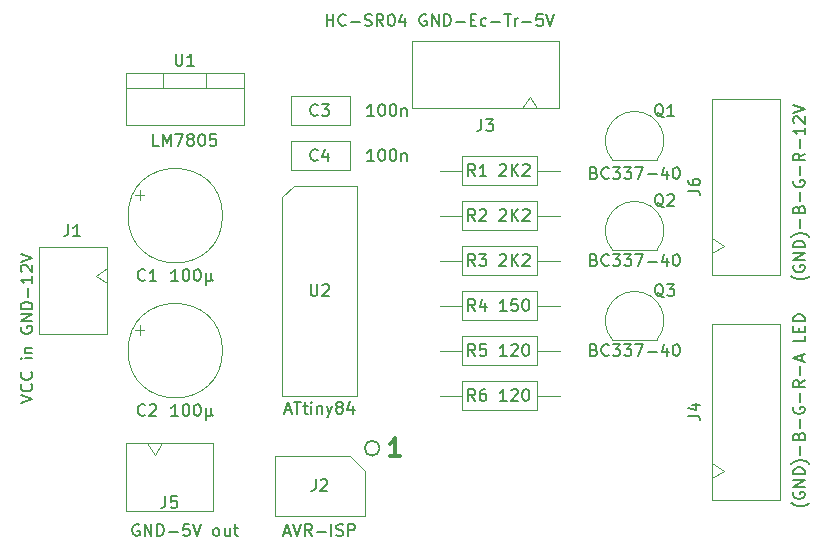
<source format=gbr>
G04 #@! TF.GenerationSoftware,KiCad,Pcbnew,(5.0.2)-1*
G04 #@! TF.CreationDate,2019-02-06T21:08:15+01:00*
G04 #@! TF.ProjectId,parkranger,7061726b-7261-46e6-9765-722e6b696361,rev?*
G04 #@! TF.SameCoordinates,Original*
G04 #@! TF.FileFunction,Other,Fab,Top*
%FSLAX46Y46*%
G04 Gerber Fmt 4.6, Leading zero omitted, Abs format (unit mm)*
G04 Created by KiCad (PCBNEW (5.0.2)-1) date 06.02.2019 21:08:15*
%MOMM*%
%LPD*%
G01*
G04 APERTURE LIST*
%ADD10C,0.300000*%
%ADD11C,0.200000*%
%ADD12C,0.100000*%
%ADD13C,0.150000*%
G04 APERTURE END LIST*
D10*
X183308571Y-120693571D02*
X182451428Y-120693571D01*
X182880000Y-120693571D02*
X182880000Y-119193571D01*
X182737142Y-119407857D01*
X182594285Y-119550714D01*
X182451428Y-119622142D01*
D11*
X181610000Y-120015000D02*
G75*
G03X181610000Y-120015000I-635000J0D01*
G01*
D12*
G04 #@! TO.C,C2*
X168310000Y-111760000D02*
G75*
G03X168310000Y-111760000I-4000000J0D01*
G01*
X160883241Y-110012500D02*
X161683241Y-110012500D01*
X161283241Y-109612500D02*
X161283241Y-110412500D01*
G04 #@! TO.C,C1*
X161283241Y-98182500D02*
X161283241Y-98982500D01*
X160883241Y-98582500D02*
X161683241Y-98582500D01*
X168310000Y-100330000D02*
G75*
G03X168310000Y-100330000I-4000000J0D01*
G01*
G04 #@! TO.C,C3*
X174070000Y-92690000D02*
X179070000Y-92690000D01*
X174070000Y-90190000D02*
X174070000Y-92690000D01*
X179070000Y-90190000D02*
X174070000Y-90190000D01*
X179070000Y-92690000D02*
X179070000Y-90190000D01*
G04 #@! TO.C,C4*
X174070000Y-96500000D02*
X179070000Y-96500000D01*
X174070000Y-94000000D02*
X174070000Y-96500000D01*
X179070000Y-94000000D02*
X174070000Y-94000000D01*
X179070000Y-96500000D02*
X179070000Y-94000000D01*
G04 #@! TO.C,J1*
X157560000Y-105410000D02*
X158560000Y-106035000D01*
X158560000Y-104785000D02*
X157560000Y-105410000D01*
X158560000Y-110360000D02*
X158560000Y-102960000D01*
X152810000Y-110360000D02*
X158560000Y-110360000D01*
X152810000Y-102960000D02*
X152810000Y-110360000D01*
X158560000Y-102960000D02*
X152810000Y-102960000D01*
G04 #@! TO.C,J3*
X194310000Y-90250000D02*
X193685000Y-91250000D01*
X194935000Y-91250000D02*
X194310000Y-90250000D01*
X184360000Y-91250000D02*
X196760000Y-91250000D01*
X184360000Y-85500000D02*
X184360000Y-91250000D01*
X196760000Y-85500000D02*
X184360000Y-85500000D01*
X196760000Y-91250000D02*
X196760000Y-85500000D01*
G04 #@! TO.C,J4*
X210740000Y-121920000D02*
X209740000Y-121295000D01*
X209740000Y-122545000D02*
X210740000Y-121920000D01*
X209740000Y-109470000D02*
X209740000Y-124370000D01*
X215490000Y-109470000D02*
X209740000Y-109470000D01*
X215490000Y-124370000D02*
X215490000Y-109470000D01*
X209740000Y-124370000D02*
X215490000Y-124370000D01*
G04 #@! TO.C,J6*
X210740000Y-102870000D02*
X209740000Y-102245000D01*
X209740000Y-103495000D02*
X210740000Y-102870000D01*
X209740000Y-90420000D02*
X209740000Y-105320000D01*
X215490000Y-90420000D02*
X209740000Y-90420000D01*
X215490000Y-105320000D02*
X215490000Y-90420000D01*
X209740000Y-105320000D02*
X215490000Y-105320000D01*
G04 #@! TO.C,J2*
X179070000Y-120650000D02*
X180340000Y-121920000D01*
X172720000Y-120650000D02*
X179070000Y-120650000D01*
X172720000Y-125730000D02*
X172720000Y-120650000D01*
X180340000Y-125730000D02*
X172720000Y-125730000D01*
X180340000Y-121920000D02*
X180340000Y-125730000D01*
G04 #@! TO.C,U2*
X173355000Y-98790000D02*
X174355000Y-97790000D01*
X173355000Y-115570000D02*
X173355000Y-98790000D01*
X179705000Y-115570000D02*
X173355000Y-115570000D01*
X179705000Y-97790000D02*
X179705000Y-115570000D01*
X174355000Y-97790000D02*
X179705000Y-97790000D01*
G04 #@! TO.C,U1*
X166950000Y-88290000D02*
X166950000Y-89560000D01*
X163250000Y-88290000D02*
X163250000Y-89560000D01*
X160100000Y-89560000D02*
X170100000Y-89560000D01*
X170100000Y-88290000D02*
X160100000Y-88290000D01*
X170100000Y-92690000D02*
X170100000Y-88290000D01*
X160100000Y-92690000D02*
X170100000Y-92690000D01*
X160100000Y-88290000D02*
X160100000Y-92690000D01*
G04 #@! TO.C,Q2*
X201307182Y-103202385D02*
G75*
G02X203200000Y-99120000I1892818J1602385D01*
G01*
X205101103Y-103192547D02*
G75*
G03X203200000Y-99120000I-1901103J1592547D01*
G01*
X201310000Y-103200000D02*
X205060000Y-103200000D01*
G04 #@! TO.C,Q1*
X201307182Y-95582385D02*
G75*
G02X203200000Y-91500000I1892818J1602385D01*
G01*
X205101103Y-95572547D02*
G75*
G03X203200000Y-91500000I-1901103J1592547D01*
G01*
X201310000Y-95580000D02*
X205060000Y-95580000D01*
G04 #@! TO.C,Q3*
X201307182Y-110822385D02*
G75*
G02X203200000Y-106740000I1892818J1602385D01*
G01*
X205101103Y-110812547D02*
G75*
G03X203200000Y-106740000I-1901103J1592547D01*
G01*
X201310000Y-110820000D02*
X205060000Y-110820000D01*
G04 #@! TO.C,R5*
X186690000Y-111760000D02*
X188620000Y-111760000D01*
X196850000Y-111760000D02*
X194920000Y-111760000D01*
X188620000Y-113010000D02*
X194920000Y-113010000D01*
X188620000Y-110510000D02*
X188620000Y-113010000D01*
X194920000Y-110510000D02*
X188620000Y-110510000D01*
X194920000Y-113010000D02*
X194920000Y-110510000D01*
G04 #@! TO.C,R6*
X186690000Y-115570000D02*
X188620000Y-115570000D01*
X196850000Y-115570000D02*
X194920000Y-115570000D01*
X188620000Y-116820000D02*
X194920000Y-116820000D01*
X188620000Y-114320000D02*
X188620000Y-116820000D01*
X194920000Y-114320000D02*
X188620000Y-114320000D01*
X194920000Y-116820000D02*
X194920000Y-114320000D01*
G04 #@! TO.C,R1*
X186690000Y-96520000D02*
X188620000Y-96520000D01*
X196850000Y-96520000D02*
X194920000Y-96520000D01*
X188620000Y-97770000D02*
X194920000Y-97770000D01*
X188620000Y-95270000D02*
X188620000Y-97770000D01*
X194920000Y-95270000D02*
X188620000Y-95270000D01*
X194920000Y-97770000D02*
X194920000Y-95270000D01*
G04 #@! TO.C,R2*
X186690000Y-100330000D02*
X188620000Y-100330000D01*
X196850000Y-100330000D02*
X194920000Y-100330000D01*
X188620000Y-101580000D02*
X194920000Y-101580000D01*
X188620000Y-99080000D02*
X188620000Y-101580000D01*
X194920000Y-99080000D02*
X188620000Y-99080000D01*
X194920000Y-101580000D02*
X194920000Y-99080000D01*
G04 #@! TO.C,R3*
X186690000Y-104140000D02*
X188620000Y-104140000D01*
X196850000Y-104140000D02*
X194920000Y-104140000D01*
X188620000Y-105390000D02*
X194920000Y-105390000D01*
X188620000Y-102890000D02*
X188620000Y-105390000D01*
X194920000Y-102890000D02*
X188620000Y-102890000D01*
X194920000Y-105390000D02*
X194920000Y-102890000D01*
G04 #@! TO.C,R4*
X186690000Y-107950000D02*
X188620000Y-107950000D01*
X196850000Y-107950000D02*
X194920000Y-107950000D01*
X188620000Y-109200000D02*
X194920000Y-109200000D01*
X188620000Y-106700000D02*
X188620000Y-109200000D01*
X194920000Y-106700000D02*
X188620000Y-106700000D01*
X194920000Y-109200000D02*
X194920000Y-106700000D01*
G04 #@! TO.C,J5*
X162560000Y-120570000D02*
X163185000Y-119570000D01*
X161935000Y-119570000D02*
X162560000Y-120570000D01*
X167510000Y-119570000D02*
X160110000Y-119570000D01*
X167510000Y-125320000D02*
X167510000Y-119570000D01*
X160110000Y-125320000D02*
X167510000Y-125320000D01*
X160110000Y-119570000D02*
X160110000Y-125320000D01*
G04 #@! TD*
G04 #@! TO.C,C2*
D13*
X164544523Y-117292380D02*
X163973095Y-117292380D01*
X164258809Y-117292380D02*
X164258809Y-116292380D01*
X164163571Y-116435238D01*
X164068333Y-116530476D01*
X163973095Y-116578095D01*
X165163571Y-116292380D02*
X165258809Y-116292380D01*
X165354047Y-116340000D01*
X165401666Y-116387619D01*
X165449285Y-116482857D01*
X165496904Y-116673333D01*
X165496904Y-116911428D01*
X165449285Y-117101904D01*
X165401666Y-117197142D01*
X165354047Y-117244761D01*
X165258809Y-117292380D01*
X165163571Y-117292380D01*
X165068333Y-117244761D01*
X165020714Y-117197142D01*
X164973095Y-117101904D01*
X164925476Y-116911428D01*
X164925476Y-116673333D01*
X164973095Y-116482857D01*
X165020714Y-116387619D01*
X165068333Y-116340000D01*
X165163571Y-116292380D01*
X166115952Y-116292380D02*
X166211190Y-116292380D01*
X166306428Y-116340000D01*
X166354047Y-116387619D01*
X166401666Y-116482857D01*
X166449285Y-116673333D01*
X166449285Y-116911428D01*
X166401666Y-117101904D01*
X166354047Y-117197142D01*
X166306428Y-117244761D01*
X166211190Y-117292380D01*
X166115952Y-117292380D01*
X166020714Y-117244761D01*
X165973095Y-117197142D01*
X165925476Y-117101904D01*
X165877857Y-116911428D01*
X165877857Y-116673333D01*
X165925476Y-116482857D01*
X165973095Y-116387619D01*
X166020714Y-116340000D01*
X166115952Y-116292380D01*
X166877857Y-116625714D02*
X166877857Y-117625714D01*
X167354047Y-117149523D02*
X167401666Y-117244761D01*
X167496904Y-117292380D01*
X166877857Y-117149523D02*
X166925476Y-117244761D01*
X167020714Y-117292380D01*
X167211190Y-117292380D01*
X167306428Y-117244761D01*
X167354047Y-117149523D01*
X167354047Y-116625714D01*
X161758333Y-117197142D02*
X161710714Y-117244761D01*
X161567857Y-117292380D01*
X161472619Y-117292380D01*
X161329761Y-117244761D01*
X161234523Y-117149523D01*
X161186904Y-117054285D01*
X161139285Y-116863809D01*
X161139285Y-116720952D01*
X161186904Y-116530476D01*
X161234523Y-116435238D01*
X161329761Y-116340000D01*
X161472619Y-116292380D01*
X161567857Y-116292380D01*
X161710714Y-116340000D01*
X161758333Y-116387619D01*
X162139285Y-116387619D02*
X162186904Y-116340000D01*
X162282142Y-116292380D01*
X162520238Y-116292380D01*
X162615476Y-116340000D01*
X162663095Y-116387619D01*
X162710714Y-116482857D01*
X162710714Y-116578095D01*
X162663095Y-116720952D01*
X162091666Y-117292380D01*
X162710714Y-117292380D01*
G04 #@! TO.C,C1*
X164544523Y-105862380D02*
X163973095Y-105862380D01*
X164258809Y-105862380D02*
X164258809Y-104862380D01*
X164163571Y-105005238D01*
X164068333Y-105100476D01*
X163973095Y-105148095D01*
X165163571Y-104862380D02*
X165258809Y-104862380D01*
X165354047Y-104910000D01*
X165401666Y-104957619D01*
X165449285Y-105052857D01*
X165496904Y-105243333D01*
X165496904Y-105481428D01*
X165449285Y-105671904D01*
X165401666Y-105767142D01*
X165354047Y-105814761D01*
X165258809Y-105862380D01*
X165163571Y-105862380D01*
X165068333Y-105814761D01*
X165020714Y-105767142D01*
X164973095Y-105671904D01*
X164925476Y-105481428D01*
X164925476Y-105243333D01*
X164973095Y-105052857D01*
X165020714Y-104957619D01*
X165068333Y-104910000D01*
X165163571Y-104862380D01*
X166115952Y-104862380D02*
X166211190Y-104862380D01*
X166306428Y-104910000D01*
X166354047Y-104957619D01*
X166401666Y-105052857D01*
X166449285Y-105243333D01*
X166449285Y-105481428D01*
X166401666Y-105671904D01*
X166354047Y-105767142D01*
X166306428Y-105814761D01*
X166211190Y-105862380D01*
X166115952Y-105862380D01*
X166020714Y-105814761D01*
X165973095Y-105767142D01*
X165925476Y-105671904D01*
X165877857Y-105481428D01*
X165877857Y-105243333D01*
X165925476Y-105052857D01*
X165973095Y-104957619D01*
X166020714Y-104910000D01*
X166115952Y-104862380D01*
X166877857Y-105195714D02*
X166877857Y-106195714D01*
X167354047Y-105719523D02*
X167401666Y-105814761D01*
X167496904Y-105862380D01*
X166877857Y-105719523D02*
X166925476Y-105814761D01*
X167020714Y-105862380D01*
X167211190Y-105862380D01*
X167306428Y-105814761D01*
X167354047Y-105719523D01*
X167354047Y-105195714D01*
X161758333Y-105767142D02*
X161710714Y-105814761D01*
X161567857Y-105862380D01*
X161472619Y-105862380D01*
X161329761Y-105814761D01*
X161234523Y-105719523D01*
X161186904Y-105624285D01*
X161139285Y-105433809D01*
X161139285Y-105290952D01*
X161186904Y-105100476D01*
X161234523Y-105005238D01*
X161329761Y-104910000D01*
X161472619Y-104862380D01*
X161567857Y-104862380D01*
X161710714Y-104910000D01*
X161758333Y-104957619D01*
X162710714Y-105862380D02*
X162139285Y-105862380D01*
X162425000Y-105862380D02*
X162425000Y-104862380D01*
X162329761Y-105005238D01*
X162234523Y-105100476D01*
X162139285Y-105148095D01*
G04 #@! TO.C,C3*
X181125952Y-91892380D02*
X180554523Y-91892380D01*
X180840238Y-91892380D02*
X180840238Y-90892380D01*
X180745000Y-91035238D01*
X180649761Y-91130476D01*
X180554523Y-91178095D01*
X181745000Y-90892380D02*
X181840238Y-90892380D01*
X181935476Y-90940000D01*
X181983095Y-90987619D01*
X182030714Y-91082857D01*
X182078333Y-91273333D01*
X182078333Y-91511428D01*
X182030714Y-91701904D01*
X181983095Y-91797142D01*
X181935476Y-91844761D01*
X181840238Y-91892380D01*
X181745000Y-91892380D01*
X181649761Y-91844761D01*
X181602142Y-91797142D01*
X181554523Y-91701904D01*
X181506904Y-91511428D01*
X181506904Y-91273333D01*
X181554523Y-91082857D01*
X181602142Y-90987619D01*
X181649761Y-90940000D01*
X181745000Y-90892380D01*
X182697380Y-90892380D02*
X182792619Y-90892380D01*
X182887857Y-90940000D01*
X182935476Y-90987619D01*
X182983095Y-91082857D01*
X183030714Y-91273333D01*
X183030714Y-91511428D01*
X182983095Y-91701904D01*
X182935476Y-91797142D01*
X182887857Y-91844761D01*
X182792619Y-91892380D01*
X182697380Y-91892380D01*
X182602142Y-91844761D01*
X182554523Y-91797142D01*
X182506904Y-91701904D01*
X182459285Y-91511428D01*
X182459285Y-91273333D01*
X182506904Y-91082857D01*
X182554523Y-90987619D01*
X182602142Y-90940000D01*
X182697380Y-90892380D01*
X183459285Y-91225714D02*
X183459285Y-91892380D01*
X183459285Y-91320952D02*
X183506904Y-91273333D01*
X183602142Y-91225714D01*
X183745000Y-91225714D01*
X183840238Y-91273333D01*
X183887857Y-91368571D01*
X183887857Y-91892380D01*
X176363333Y-91797142D02*
X176315714Y-91844761D01*
X176172857Y-91892380D01*
X176077619Y-91892380D01*
X175934761Y-91844761D01*
X175839523Y-91749523D01*
X175791904Y-91654285D01*
X175744285Y-91463809D01*
X175744285Y-91320952D01*
X175791904Y-91130476D01*
X175839523Y-91035238D01*
X175934761Y-90940000D01*
X176077619Y-90892380D01*
X176172857Y-90892380D01*
X176315714Y-90940000D01*
X176363333Y-90987619D01*
X176696666Y-90892380D02*
X177315714Y-90892380D01*
X176982380Y-91273333D01*
X177125238Y-91273333D01*
X177220476Y-91320952D01*
X177268095Y-91368571D01*
X177315714Y-91463809D01*
X177315714Y-91701904D01*
X177268095Y-91797142D01*
X177220476Y-91844761D01*
X177125238Y-91892380D01*
X176839523Y-91892380D01*
X176744285Y-91844761D01*
X176696666Y-91797142D01*
G04 #@! TO.C,C4*
X181125952Y-95702380D02*
X180554523Y-95702380D01*
X180840238Y-95702380D02*
X180840238Y-94702380D01*
X180745000Y-94845238D01*
X180649761Y-94940476D01*
X180554523Y-94988095D01*
X181745000Y-94702380D02*
X181840238Y-94702380D01*
X181935476Y-94750000D01*
X181983095Y-94797619D01*
X182030714Y-94892857D01*
X182078333Y-95083333D01*
X182078333Y-95321428D01*
X182030714Y-95511904D01*
X181983095Y-95607142D01*
X181935476Y-95654761D01*
X181840238Y-95702380D01*
X181745000Y-95702380D01*
X181649761Y-95654761D01*
X181602142Y-95607142D01*
X181554523Y-95511904D01*
X181506904Y-95321428D01*
X181506904Y-95083333D01*
X181554523Y-94892857D01*
X181602142Y-94797619D01*
X181649761Y-94750000D01*
X181745000Y-94702380D01*
X182697380Y-94702380D02*
X182792619Y-94702380D01*
X182887857Y-94750000D01*
X182935476Y-94797619D01*
X182983095Y-94892857D01*
X183030714Y-95083333D01*
X183030714Y-95321428D01*
X182983095Y-95511904D01*
X182935476Y-95607142D01*
X182887857Y-95654761D01*
X182792619Y-95702380D01*
X182697380Y-95702380D01*
X182602142Y-95654761D01*
X182554523Y-95607142D01*
X182506904Y-95511904D01*
X182459285Y-95321428D01*
X182459285Y-95083333D01*
X182506904Y-94892857D01*
X182554523Y-94797619D01*
X182602142Y-94750000D01*
X182697380Y-94702380D01*
X183459285Y-95035714D02*
X183459285Y-95702380D01*
X183459285Y-95130952D02*
X183506904Y-95083333D01*
X183602142Y-95035714D01*
X183745000Y-95035714D01*
X183840238Y-95083333D01*
X183887857Y-95178571D01*
X183887857Y-95702380D01*
X176363333Y-95607142D02*
X176315714Y-95654761D01*
X176172857Y-95702380D01*
X176077619Y-95702380D01*
X175934761Y-95654761D01*
X175839523Y-95559523D01*
X175791904Y-95464285D01*
X175744285Y-95273809D01*
X175744285Y-95130952D01*
X175791904Y-94940476D01*
X175839523Y-94845238D01*
X175934761Y-94750000D01*
X176077619Y-94702380D01*
X176172857Y-94702380D01*
X176315714Y-94750000D01*
X176363333Y-94797619D01*
X177220476Y-95035714D02*
X177220476Y-95702380D01*
X176982380Y-94654761D02*
X176744285Y-95369047D01*
X177363333Y-95369047D01*
G04 #@! TO.C,J1*
X151217380Y-116164523D02*
X152217380Y-115831190D01*
X151217380Y-115497857D01*
X152122142Y-114593095D02*
X152169761Y-114640714D01*
X152217380Y-114783571D01*
X152217380Y-114878809D01*
X152169761Y-115021666D01*
X152074523Y-115116904D01*
X151979285Y-115164523D01*
X151788809Y-115212142D01*
X151645952Y-115212142D01*
X151455476Y-115164523D01*
X151360238Y-115116904D01*
X151265000Y-115021666D01*
X151217380Y-114878809D01*
X151217380Y-114783571D01*
X151265000Y-114640714D01*
X151312619Y-114593095D01*
X152122142Y-113593095D02*
X152169761Y-113640714D01*
X152217380Y-113783571D01*
X152217380Y-113878809D01*
X152169761Y-114021666D01*
X152074523Y-114116904D01*
X151979285Y-114164523D01*
X151788809Y-114212142D01*
X151645952Y-114212142D01*
X151455476Y-114164523D01*
X151360238Y-114116904D01*
X151265000Y-114021666D01*
X151217380Y-113878809D01*
X151217380Y-113783571D01*
X151265000Y-113640714D01*
X151312619Y-113593095D01*
X152217380Y-112402619D02*
X151550714Y-112402619D01*
X151217380Y-112402619D02*
X151265000Y-112450238D01*
X151312619Y-112402619D01*
X151265000Y-112355000D01*
X151217380Y-112402619D01*
X151312619Y-112402619D01*
X151550714Y-111926428D02*
X152217380Y-111926428D01*
X151645952Y-111926428D02*
X151598333Y-111878809D01*
X151550714Y-111783571D01*
X151550714Y-111640714D01*
X151598333Y-111545476D01*
X151693571Y-111497857D01*
X152217380Y-111497857D01*
X151265000Y-109735952D02*
X151217380Y-109831190D01*
X151217380Y-109974047D01*
X151265000Y-110116904D01*
X151360238Y-110212142D01*
X151455476Y-110259761D01*
X151645952Y-110307380D01*
X151788809Y-110307380D01*
X151979285Y-110259761D01*
X152074523Y-110212142D01*
X152169761Y-110116904D01*
X152217380Y-109974047D01*
X152217380Y-109878809D01*
X152169761Y-109735952D01*
X152122142Y-109688333D01*
X151788809Y-109688333D01*
X151788809Y-109878809D01*
X152217380Y-109259761D02*
X151217380Y-109259761D01*
X152217380Y-108688333D01*
X151217380Y-108688333D01*
X152217380Y-108212142D02*
X151217380Y-108212142D01*
X151217380Y-107974047D01*
X151265000Y-107831190D01*
X151360238Y-107735952D01*
X151455476Y-107688333D01*
X151645952Y-107640714D01*
X151788809Y-107640714D01*
X151979285Y-107688333D01*
X152074523Y-107735952D01*
X152169761Y-107831190D01*
X152217380Y-107974047D01*
X152217380Y-108212142D01*
X151836428Y-107212142D02*
X151836428Y-106450238D01*
X152217380Y-105450238D02*
X152217380Y-106021666D01*
X152217380Y-105735952D02*
X151217380Y-105735952D01*
X151360238Y-105831190D01*
X151455476Y-105926428D01*
X151503095Y-106021666D01*
X151312619Y-105069285D02*
X151265000Y-105021666D01*
X151217380Y-104926428D01*
X151217380Y-104688333D01*
X151265000Y-104593095D01*
X151312619Y-104545476D01*
X151407857Y-104497857D01*
X151503095Y-104497857D01*
X151645952Y-104545476D01*
X152217380Y-105116904D01*
X152217380Y-104497857D01*
X151217380Y-104212142D02*
X152217380Y-103878809D01*
X151217380Y-103545476D01*
X155241666Y-101052380D02*
X155241666Y-101766666D01*
X155194047Y-101909523D01*
X155098809Y-102004761D01*
X154955952Y-102052380D01*
X154860714Y-102052380D01*
X156241666Y-102052380D02*
X155670238Y-102052380D01*
X155955952Y-102052380D02*
X155955952Y-101052380D01*
X155860714Y-101195238D01*
X155765476Y-101290476D01*
X155670238Y-101338095D01*
G04 #@! TO.C,J3*
X177118571Y-84272380D02*
X177118571Y-83272380D01*
X177118571Y-83748571D02*
X177690000Y-83748571D01*
X177690000Y-84272380D02*
X177690000Y-83272380D01*
X178737619Y-84177142D02*
X178690000Y-84224761D01*
X178547142Y-84272380D01*
X178451904Y-84272380D01*
X178309047Y-84224761D01*
X178213809Y-84129523D01*
X178166190Y-84034285D01*
X178118571Y-83843809D01*
X178118571Y-83700952D01*
X178166190Y-83510476D01*
X178213809Y-83415238D01*
X178309047Y-83320000D01*
X178451904Y-83272380D01*
X178547142Y-83272380D01*
X178690000Y-83320000D01*
X178737619Y-83367619D01*
X179166190Y-83891428D02*
X179928095Y-83891428D01*
X180356666Y-84224761D02*
X180499523Y-84272380D01*
X180737619Y-84272380D01*
X180832857Y-84224761D01*
X180880476Y-84177142D01*
X180928095Y-84081904D01*
X180928095Y-83986666D01*
X180880476Y-83891428D01*
X180832857Y-83843809D01*
X180737619Y-83796190D01*
X180547142Y-83748571D01*
X180451904Y-83700952D01*
X180404285Y-83653333D01*
X180356666Y-83558095D01*
X180356666Y-83462857D01*
X180404285Y-83367619D01*
X180451904Y-83320000D01*
X180547142Y-83272380D01*
X180785238Y-83272380D01*
X180928095Y-83320000D01*
X181928095Y-84272380D02*
X181594761Y-83796190D01*
X181356666Y-84272380D02*
X181356666Y-83272380D01*
X181737619Y-83272380D01*
X181832857Y-83320000D01*
X181880476Y-83367619D01*
X181928095Y-83462857D01*
X181928095Y-83605714D01*
X181880476Y-83700952D01*
X181832857Y-83748571D01*
X181737619Y-83796190D01*
X181356666Y-83796190D01*
X182547142Y-83272380D02*
X182642380Y-83272380D01*
X182737619Y-83320000D01*
X182785238Y-83367619D01*
X182832857Y-83462857D01*
X182880476Y-83653333D01*
X182880476Y-83891428D01*
X182832857Y-84081904D01*
X182785238Y-84177142D01*
X182737619Y-84224761D01*
X182642380Y-84272380D01*
X182547142Y-84272380D01*
X182451904Y-84224761D01*
X182404285Y-84177142D01*
X182356666Y-84081904D01*
X182309047Y-83891428D01*
X182309047Y-83653333D01*
X182356666Y-83462857D01*
X182404285Y-83367619D01*
X182451904Y-83320000D01*
X182547142Y-83272380D01*
X183737619Y-83605714D02*
X183737619Y-84272380D01*
X183499523Y-83224761D02*
X183261428Y-83939047D01*
X183880476Y-83939047D01*
X185547142Y-83320000D02*
X185451904Y-83272380D01*
X185309047Y-83272380D01*
X185166190Y-83320000D01*
X185070952Y-83415238D01*
X185023333Y-83510476D01*
X184975714Y-83700952D01*
X184975714Y-83843809D01*
X185023333Y-84034285D01*
X185070952Y-84129523D01*
X185166190Y-84224761D01*
X185309047Y-84272380D01*
X185404285Y-84272380D01*
X185547142Y-84224761D01*
X185594761Y-84177142D01*
X185594761Y-83843809D01*
X185404285Y-83843809D01*
X186023333Y-84272380D02*
X186023333Y-83272380D01*
X186594761Y-84272380D01*
X186594761Y-83272380D01*
X187070952Y-84272380D02*
X187070952Y-83272380D01*
X187309047Y-83272380D01*
X187451904Y-83320000D01*
X187547142Y-83415238D01*
X187594761Y-83510476D01*
X187642380Y-83700952D01*
X187642380Y-83843809D01*
X187594761Y-84034285D01*
X187547142Y-84129523D01*
X187451904Y-84224761D01*
X187309047Y-84272380D01*
X187070952Y-84272380D01*
X188070952Y-83891428D02*
X188832857Y-83891428D01*
X189309047Y-83748571D02*
X189642380Y-83748571D01*
X189785238Y-84272380D02*
X189309047Y-84272380D01*
X189309047Y-83272380D01*
X189785238Y-83272380D01*
X190642380Y-84224761D02*
X190547142Y-84272380D01*
X190356666Y-84272380D01*
X190261428Y-84224761D01*
X190213809Y-84177142D01*
X190166190Y-84081904D01*
X190166190Y-83796190D01*
X190213809Y-83700952D01*
X190261428Y-83653333D01*
X190356666Y-83605714D01*
X190547142Y-83605714D01*
X190642380Y-83653333D01*
X191070952Y-83891428D02*
X191832857Y-83891428D01*
X192166190Y-83272380D02*
X192737619Y-83272380D01*
X192451904Y-84272380D02*
X192451904Y-83272380D01*
X193070952Y-84272380D02*
X193070952Y-83605714D01*
X193070952Y-83796190D02*
X193118571Y-83700952D01*
X193166190Y-83653333D01*
X193261428Y-83605714D01*
X193356666Y-83605714D01*
X193690000Y-83891428D02*
X194451904Y-83891428D01*
X195404285Y-83272380D02*
X194928095Y-83272380D01*
X194880476Y-83748571D01*
X194928095Y-83700952D01*
X195023333Y-83653333D01*
X195261428Y-83653333D01*
X195356666Y-83700952D01*
X195404285Y-83748571D01*
X195451904Y-83843809D01*
X195451904Y-84081904D01*
X195404285Y-84177142D01*
X195356666Y-84224761D01*
X195261428Y-84272380D01*
X195023333Y-84272380D01*
X194928095Y-84224761D01*
X194880476Y-84177142D01*
X195737619Y-83272380D02*
X196070952Y-84272380D01*
X196404285Y-83272380D01*
X190226666Y-92162380D02*
X190226666Y-92876666D01*
X190179047Y-93019523D01*
X190083809Y-93114761D01*
X189940952Y-93162380D01*
X189845714Y-93162380D01*
X190607619Y-92162380D02*
X191226666Y-92162380D01*
X190893333Y-92543333D01*
X191036190Y-92543333D01*
X191131428Y-92590952D01*
X191179047Y-92638571D01*
X191226666Y-92733809D01*
X191226666Y-92971904D01*
X191179047Y-93067142D01*
X191131428Y-93114761D01*
X191036190Y-93162380D01*
X190750476Y-93162380D01*
X190655238Y-93114761D01*
X190607619Y-93067142D01*
G04 #@! TO.C,J4*
X218003333Y-124649523D02*
X217955714Y-124697142D01*
X217812857Y-124792380D01*
X217717619Y-124840000D01*
X217574761Y-124887619D01*
X217336666Y-124935238D01*
X217146190Y-124935238D01*
X216908095Y-124887619D01*
X216765238Y-124840000D01*
X216670000Y-124792380D01*
X216527142Y-124697142D01*
X216479523Y-124649523D01*
X216670000Y-123744761D02*
X216622380Y-123840000D01*
X216622380Y-123982857D01*
X216670000Y-124125714D01*
X216765238Y-124220952D01*
X216860476Y-124268571D01*
X217050952Y-124316190D01*
X217193809Y-124316190D01*
X217384285Y-124268571D01*
X217479523Y-124220952D01*
X217574761Y-124125714D01*
X217622380Y-123982857D01*
X217622380Y-123887619D01*
X217574761Y-123744761D01*
X217527142Y-123697142D01*
X217193809Y-123697142D01*
X217193809Y-123887619D01*
X217622380Y-123268571D02*
X216622380Y-123268571D01*
X217622380Y-122697142D01*
X216622380Y-122697142D01*
X217622380Y-122220952D02*
X216622380Y-122220952D01*
X216622380Y-121982857D01*
X216670000Y-121840000D01*
X216765238Y-121744761D01*
X216860476Y-121697142D01*
X217050952Y-121649523D01*
X217193809Y-121649523D01*
X217384285Y-121697142D01*
X217479523Y-121744761D01*
X217574761Y-121840000D01*
X217622380Y-121982857D01*
X217622380Y-122220952D01*
X218003333Y-121316190D02*
X217955714Y-121268571D01*
X217812857Y-121173333D01*
X217717619Y-121125714D01*
X217574761Y-121078095D01*
X217336666Y-121030476D01*
X217146190Y-121030476D01*
X216908095Y-121078095D01*
X216765238Y-121125714D01*
X216670000Y-121173333D01*
X216527142Y-121268571D01*
X216479523Y-121316190D01*
X217241428Y-120554285D02*
X217241428Y-119792380D01*
X217098571Y-118982857D02*
X217146190Y-118840000D01*
X217193809Y-118792380D01*
X217289047Y-118744761D01*
X217431904Y-118744761D01*
X217527142Y-118792380D01*
X217574761Y-118840000D01*
X217622380Y-118935238D01*
X217622380Y-119316190D01*
X216622380Y-119316190D01*
X216622380Y-118982857D01*
X216670000Y-118887619D01*
X216717619Y-118840000D01*
X216812857Y-118792380D01*
X216908095Y-118792380D01*
X217003333Y-118840000D01*
X217050952Y-118887619D01*
X217098571Y-118982857D01*
X217098571Y-119316190D01*
X217241428Y-118316190D02*
X217241428Y-117554285D01*
X216670000Y-116554285D02*
X216622380Y-116649523D01*
X216622380Y-116792380D01*
X216670000Y-116935238D01*
X216765238Y-117030476D01*
X216860476Y-117078095D01*
X217050952Y-117125714D01*
X217193809Y-117125714D01*
X217384285Y-117078095D01*
X217479523Y-117030476D01*
X217574761Y-116935238D01*
X217622380Y-116792380D01*
X217622380Y-116697142D01*
X217574761Y-116554285D01*
X217527142Y-116506666D01*
X217193809Y-116506666D01*
X217193809Y-116697142D01*
X217241428Y-116078095D02*
X217241428Y-115316190D01*
X217622380Y-114268571D02*
X217146190Y-114601904D01*
X217622380Y-114840000D02*
X216622380Y-114840000D01*
X216622380Y-114459047D01*
X216670000Y-114363809D01*
X216717619Y-114316190D01*
X216812857Y-114268571D01*
X216955714Y-114268571D01*
X217050952Y-114316190D01*
X217098571Y-114363809D01*
X217146190Y-114459047D01*
X217146190Y-114840000D01*
X217241428Y-113840000D02*
X217241428Y-113078095D01*
X217336666Y-112649523D02*
X217336666Y-112173333D01*
X217622380Y-112744761D02*
X216622380Y-112411428D01*
X217622380Y-112078095D01*
X217622380Y-110506666D02*
X217622380Y-110982857D01*
X216622380Y-110982857D01*
X217098571Y-110173333D02*
X217098571Y-109840000D01*
X217622380Y-109697142D02*
X217622380Y-110173333D01*
X216622380Y-110173333D01*
X216622380Y-109697142D01*
X217622380Y-109268571D02*
X216622380Y-109268571D01*
X216622380Y-109030476D01*
X216670000Y-108887619D01*
X216765238Y-108792380D01*
X216860476Y-108744761D01*
X217050952Y-108697142D01*
X217193809Y-108697142D01*
X217384285Y-108744761D01*
X217479523Y-108792380D01*
X217574761Y-108887619D01*
X217622380Y-109030476D01*
X217622380Y-109268571D01*
X207732380Y-117253333D02*
X208446666Y-117253333D01*
X208589523Y-117300952D01*
X208684761Y-117396190D01*
X208732380Y-117539047D01*
X208732380Y-117634285D01*
X208065714Y-116348571D02*
X208732380Y-116348571D01*
X207684761Y-116586666D02*
X208399047Y-116824761D01*
X208399047Y-116205714D01*
G04 #@! TO.C,J6*
X218003333Y-105448809D02*
X217955714Y-105496428D01*
X217812857Y-105591666D01*
X217717619Y-105639285D01*
X217574761Y-105686904D01*
X217336666Y-105734523D01*
X217146190Y-105734523D01*
X216908095Y-105686904D01*
X216765238Y-105639285D01*
X216670000Y-105591666D01*
X216527142Y-105496428D01*
X216479523Y-105448809D01*
X216670000Y-104544047D02*
X216622380Y-104639285D01*
X216622380Y-104782142D01*
X216670000Y-104925000D01*
X216765238Y-105020238D01*
X216860476Y-105067857D01*
X217050952Y-105115476D01*
X217193809Y-105115476D01*
X217384285Y-105067857D01*
X217479523Y-105020238D01*
X217574761Y-104925000D01*
X217622380Y-104782142D01*
X217622380Y-104686904D01*
X217574761Y-104544047D01*
X217527142Y-104496428D01*
X217193809Y-104496428D01*
X217193809Y-104686904D01*
X217622380Y-104067857D02*
X216622380Y-104067857D01*
X217622380Y-103496428D01*
X216622380Y-103496428D01*
X217622380Y-103020238D02*
X216622380Y-103020238D01*
X216622380Y-102782142D01*
X216670000Y-102639285D01*
X216765238Y-102544047D01*
X216860476Y-102496428D01*
X217050952Y-102448809D01*
X217193809Y-102448809D01*
X217384285Y-102496428D01*
X217479523Y-102544047D01*
X217574761Y-102639285D01*
X217622380Y-102782142D01*
X217622380Y-103020238D01*
X218003333Y-102115476D02*
X217955714Y-102067857D01*
X217812857Y-101972619D01*
X217717619Y-101925000D01*
X217574761Y-101877380D01*
X217336666Y-101829761D01*
X217146190Y-101829761D01*
X216908095Y-101877380D01*
X216765238Y-101925000D01*
X216670000Y-101972619D01*
X216527142Y-102067857D01*
X216479523Y-102115476D01*
X217241428Y-101353571D02*
X217241428Y-100591666D01*
X217098571Y-99782142D02*
X217146190Y-99639285D01*
X217193809Y-99591666D01*
X217289047Y-99544047D01*
X217431904Y-99544047D01*
X217527142Y-99591666D01*
X217574761Y-99639285D01*
X217622380Y-99734523D01*
X217622380Y-100115476D01*
X216622380Y-100115476D01*
X216622380Y-99782142D01*
X216670000Y-99686904D01*
X216717619Y-99639285D01*
X216812857Y-99591666D01*
X216908095Y-99591666D01*
X217003333Y-99639285D01*
X217050952Y-99686904D01*
X217098571Y-99782142D01*
X217098571Y-100115476D01*
X217241428Y-99115476D02*
X217241428Y-98353571D01*
X216670000Y-97353571D02*
X216622380Y-97448809D01*
X216622380Y-97591666D01*
X216670000Y-97734523D01*
X216765238Y-97829761D01*
X216860476Y-97877380D01*
X217050952Y-97925000D01*
X217193809Y-97925000D01*
X217384285Y-97877380D01*
X217479523Y-97829761D01*
X217574761Y-97734523D01*
X217622380Y-97591666D01*
X217622380Y-97496428D01*
X217574761Y-97353571D01*
X217527142Y-97305952D01*
X217193809Y-97305952D01*
X217193809Y-97496428D01*
X217241428Y-96877380D02*
X217241428Y-96115476D01*
X217622380Y-95067857D02*
X217146190Y-95401190D01*
X217622380Y-95639285D02*
X216622380Y-95639285D01*
X216622380Y-95258333D01*
X216670000Y-95163095D01*
X216717619Y-95115476D01*
X216812857Y-95067857D01*
X216955714Y-95067857D01*
X217050952Y-95115476D01*
X217098571Y-95163095D01*
X217146190Y-95258333D01*
X217146190Y-95639285D01*
X217241428Y-94639285D02*
X217241428Y-93877380D01*
X217622380Y-92877380D02*
X217622380Y-93448809D01*
X217622380Y-93163095D02*
X216622380Y-93163095D01*
X216765238Y-93258333D01*
X216860476Y-93353571D01*
X216908095Y-93448809D01*
X216717619Y-92496428D02*
X216670000Y-92448809D01*
X216622380Y-92353571D01*
X216622380Y-92115476D01*
X216670000Y-92020238D01*
X216717619Y-91972619D01*
X216812857Y-91925000D01*
X216908095Y-91925000D01*
X217050952Y-91972619D01*
X217622380Y-92544047D01*
X217622380Y-91925000D01*
X216622380Y-91639285D02*
X217622380Y-91305952D01*
X216622380Y-90972619D01*
X207732380Y-98203333D02*
X208446666Y-98203333D01*
X208589523Y-98250952D01*
X208684761Y-98346190D01*
X208732380Y-98489047D01*
X208732380Y-98584285D01*
X207732380Y-97298571D02*
X207732380Y-97489047D01*
X207780000Y-97584285D01*
X207827619Y-97631904D01*
X207970476Y-97727142D01*
X208160952Y-97774761D01*
X208541904Y-97774761D01*
X208637142Y-97727142D01*
X208684761Y-97679523D01*
X208732380Y-97584285D01*
X208732380Y-97393809D01*
X208684761Y-97298571D01*
X208637142Y-97250952D01*
X208541904Y-97203333D01*
X208303809Y-97203333D01*
X208208571Y-97250952D01*
X208160952Y-97298571D01*
X208113333Y-97393809D01*
X208113333Y-97584285D01*
X208160952Y-97679523D01*
X208208571Y-97727142D01*
X208303809Y-97774761D01*
G04 #@! TO.C,J2*
X173530000Y-127166666D02*
X174006190Y-127166666D01*
X173434761Y-127452380D02*
X173768095Y-126452380D01*
X174101428Y-127452380D01*
X174291904Y-126452380D02*
X174625238Y-127452380D01*
X174958571Y-126452380D01*
X175863333Y-127452380D02*
X175530000Y-126976190D01*
X175291904Y-127452380D02*
X175291904Y-126452380D01*
X175672857Y-126452380D01*
X175768095Y-126500000D01*
X175815714Y-126547619D01*
X175863333Y-126642857D01*
X175863333Y-126785714D01*
X175815714Y-126880952D01*
X175768095Y-126928571D01*
X175672857Y-126976190D01*
X175291904Y-126976190D01*
X176291904Y-127071428D02*
X177053809Y-127071428D01*
X177530000Y-127452380D02*
X177530000Y-126452380D01*
X177958571Y-127404761D02*
X178101428Y-127452380D01*
X178339523Y-127452380D01*
X178434761Y-127404761D01*
X178482380Y-127357142D01*
X178530000Y-127261904D01*
X178530000Y-127166666D01*
X178482380Y-127071428D01*
X178434761Y-127023809D01*
X178339523Y-126976190D01*
X178149047Y-126928571D01*
X178053809Y-126880952D01*
X178006190Y-126833333D01*
X177958571Y-126738095D01*
X177958571Y-126642857D01*
X178006190Y-126547619D01*
X178053809Y-126500000D01*
X178149047Y-126452380D01*
X178387142Y-126452380D01*
X178530000Y-126500000D01*
X178958571Y-127452380D02*
X178958571Y-126452380D01*
X179339523Y-126452380D01*
X179434761Y-126500000D01*
X179482380Y-126547619D01*
X179530000Y-126642857D01*
X179530000Y-126785714D01*
X179482380Y-126880952D01*
X179434761Y-126928571D01*
X179339523Y-126976190D01*
X178958571Y-126976190D01*
X176196666Y-122642380D02*
X176196666Y-123356666D01*
X176149047Y-123499523D01*
X176053809Y-123594761D01*
X175910952Y-123642380D01*
X175815714Y-123642380D01*
X176625238Y-122737619D02*
X176672857Y-122690000D01*
X176768095Y-122642380D01*
X177006190Y-122642380D01*
X177101428Y-122690000D01*
X177149047Y-122737619D01*
X177196666Y-122832857D01*
X177196666Y-122928095D01*
X177149047Y-123070952D01*
X176577619Y-123642380D01*
X177196666Y-123642380D01*
G04 #@! TO.C,U2*
X173601428Y-116796666D02*
X174077619Y-116796666D01*
X173506190Y-117082380D02*
X173839523Y-116082380D01*
X174172857Y-117082380D01*
X174363333Y-116082380D02*
X174934761Y-116082380D01*
X174649047Y-117082380D02*
X174649047Y-116082380D01*
X175125238Y-116415714D02*
X175506190Y-116415714D01*
X175268095Y-116082380D02*
X175268095Y-116939523D01*
X175315714Y-117034761D01*
X175410952Y-117082380D01*
X175506190Y-117082380D01*
X175839523Y-117082380D02*
X175839523Y-116415714D01*
X175839523Y-116082380D02*
X175791904Y-116130000D01*
X175839523Y-116177619D01*
X175887142Y-116130000D01*
X175839523Y-116082380D01*
X175839523Y-116177619D01*
X176315714Y-116415714D02*
X176315714Y-117082380D01*
X176315714Y-116510952D02*
X176363333Y-116463333D01*
X176458571Y-116415714D01*
X176601428Y-116415714D01*
X176696666Y-116463333D01*
X176744285Y-116558571D01*
X176744285Y-117082380D01*
X177125238Y-116415714D02*
X177363333Y-117082380D01*
X177601428Y-116415714D02*
X177363333Y-117082380D01*
X177268095Y-117320476D01*
X177220476Y-117368095D01*
X177125238Y-117415714D01*
X178125238Y-116510952D02*
X178030000Y-116463333D01*
X177982380Y-116415714D01*
X177934761Y-116320476D01*
X177934761Y-116272857D01*
X177982380Y-116177619D01*
X178030000Y-116130000D01*
X178125238Y-116082380D01*
X178315714Y-116082380D01*
X178410952Y-116130000D01*
X178458571Y-116177619D01*
X178506190Y-116272857D01*
X178506190Y-116320476D01*
X178458571Y-116415714D01*
X178410952Y-116463333D01*
X178315714Y-116510952D01*
X178125238Y-116510952D01*
X178030000Y-116558571D01*
X177982380Y-116606190D01*
X177934761Y-116701428D01*
X177934761Y-116891904D01*
X177982380Y-116987142D01*
X178030000Y-117034761D01*
X178125238Y-117082380D01*
X178315714Y-117082380D01*
X178410952Y-117034761D01*
X178458571Y-116987142D01*
X178506190Y-116891904D01*
X178506190Y-116701428D01*
X178458571Y-116606190D01*
X178410952Y-116558571D01*
X178315714Y-116510952D01*
X179363333Y-116415714D02*
X179363333Y-117082380D01*
X179125238Y-116034761D02*
X178887142Y-116749047D01*
X179506190Y-116749047D01*
X175768095Y-106132380D02*
X175768095Y-106941904D01*
X175815714Y-107037142D01*
X175863333Y-107084761D01*
X175958571Y-107132380D01*
X176149047Y-107132380D01*
X176244285Y-107084761D01*
X176291904Y-107037142D01*
X176339523Y-106941904D01*
X176339523Y-106132380D01*
X176768095Y-106227619D02*
X176815714Y-106180000D01*
X176910952Y-106132380D01*
X177149047Y-106132380D01*
X177244285Y-106180000D01*
X177291904Y-106227619D01*
X177339523Y-106322857D01*
X177339523Y-106418095D01*
X177291904Y-106560952D01*
X176720476Y-107132380D01*
X177339523Y-107132380D01*
G04 #@! TO.C,U1*
X162933333Y-94432380D02*
X162457142Y-94432380D01*
X162457142Y-93432380D01*
X163266666Y-94432380D02*
X163266666Y-93432380D01*
X163600000Y-94146666D01*
X163933333Y-93432380D01*
X163933333Y-94432380D01*
X164314285Y-93432380D02*
X164980952Y-93432380D01*
X164552380Y-94432380D01*
X165504761Y-93860952D02*
X165409523Y-93813333D01*
X165361904Y-93765714D01*
X165314285Y-93670476D01*
X165314285Y-93622857D01*
X165361904Y-93527619D01*
X165409523Y-93480000D01*
X165504761Y-93432380D01*
X165695238Y-93432380D01*
X165790476Y-93480000D01*
X165838095Y-93527619D01*
X165885714Y-93622857D01*
X165885714Y-93670476D01*
X165838095Y-93765714D01*
X165790476Y-93813333D01*
X165695238Y-93860952D01*
X165504761Y-93860952D01*
X165409523Y-93908571D01*
X165361904Y-93956190D01*
X165314285Y-94051428D01*
X165314285Y-94241904D01*
X165361904Y-94337142D01*
X165409523Y-94384761D01*
X165504761Y-94432380D01*
X165695238Y-94432380D01*
X165790476Y-94384761D01*
X165838095Y-94337142D01*
X165885714Y-94241904D01*
X165885714Y-94051428D01*
X165838095Y-93956190D01*
X165790476Y-93908571D01*
X165695238Y-93860952D01*
X166504761Y-93432380D02*
X166600000Y-93432380D01*
X166695238Y-93480000D01*
X166742857Y-93527619D01*
X166790476Y-93622857D01*
X166838095Y-93813333D01*
X166838095Y-94051428D01*
X166790476Y-94241904D01*
X166742857Y-94337142D01*
X166695238Y-94384761D01*
X166600000Y-94432380D01*
X166504761Y-94432380D01*
X166409523Y-94384761D01*
X166361904Y-94337142D01*
X166314285Y-94241904D01*
X166266666Y-94051428D01*
X166266666Y-93813333D01*
X166314285Y-93622857D01*
X166361904Y-93527619D01*
X166409523Y-93480000D01*
X166504761Y-93432380D01*
X167742857Y-93432380D02*
X167266666Y-93432380D01*
X167219047Y-93908571D01*
X167266666Y-93860952D01*
X167361904Y-93813333D01*
X167600000Y-93813333D01*
X167695238Y-93860952D01*
X167742857Y-93908571D01*
X167790476Y-94003809D01*
X167790476Y-94241904D01*
X167742857Y-94337142D01*
X167695238Y-94384761D01*
X167600000Y-94432380D01*
X167361904Y-94432380D01*
X167266666Y-94384761D01*
X167219047Y-94337142D01*
X164338095Y-86622380D02*
X164338095Y-87431904D01*
X164385714Y-87527142D01*
X164433333Y-87574761D01*
X164528571Y-87622380D01*
X164719047Y-87622380D01*
X164814285Y-87574761D01*
X164861904Y-87527142D01*
X164909523Y-87431904D01*
X164909523Y-86622380D01*
X165909523Y-87622380D02*
X165338095Y-87622380D01*
X165623809Y-87622380D02*
X165623809Y-86622380D01*
X165528571Y-86765238D01*
X165433333Y-86860476D01*
X165338095Y-86908095D01*
G04 #@! TO.C,Q2*
X199771428Y-104068571D02*
X199914285Y-104116190D01*
X199961904Y-104163809D01*
X200009523Y-104259047D01*
X200009523Y-104401904D01*
X199961904Y-104497142D01*
X199914285Y-104544761D01*
X199819047Y-104592380D01*
X199438095Y-104592380D01*
X199438095Y-103592380D01*
X199771428Y-103592380D01*
X199866666Y-103640000D01*
X199914285Y-103687619D01*
X199961904Y-103782857D01*
X199961904Y-103878095D01*
X199914285Y-103973333D01*
X199866666Y-104020952D01*
X199771428Y-104068571D01*
X199438095Y-104068571D01*
X201009523Y-104497142D02*
X200961904Y-104544761D01*
X200819047Y-104592380D01*
X200723809Y-104592380D01*
X200580952Y-104544761D01*
X200485714Y-104449523D01*
X200438095Y-104354285D01*
X200390476Y-104163809D01*
X200390476Y-104020952D01*
X200438095Y-103830476D01*
X200485714Y-103735238D01*
X200580952Y-103640000D01*
X200723809Y-103592380D01*
X200819047Y-103592380D01*
X200961904Y-103640000D01*
X201009523Y-103687619D01*
X201342857Y-103592380D02*
X201961904Y-103592380D01*
X201628571Y-103973333D01*
X201771428Y-103973333D01*
X201866666Y-104020952D01*
X201914285Y-104068571D01*
X201961904Y-104163809D01*
X201961904Y-104401904D01*
X201914285Y-104497142D01*
X201866666Y-104544761D01*
X201771428Y-104592380D01*
X201485714Y-104592380D01*
X201390476Y-104544761D01*
X201342857Y-104497142D01*
X202295238Y-103592380D02*
X202914285Y-103592380D01*
X202580952Y-103973333D01*
X202723809Y-103973333D01*
X202819047Y-104020952D01*
X202866666Y-104068571D01*
X202914285Y-104163809D01*
X202914285Y-104401904D01*
X202866666Y-104497142D01*
X202819047Y-104544761D01*
X202723809Y-104592380D01*
X202438095Y-104592380D01*
X202342857Y-104544761D01*
X202295238Y-104497142D01*
X203247619Y-103592380D02*
X203914285Y-103592380D01*
X203485714Y-104592380D01*
X204295238Y-104211428D02*
X205057142Y-104211428D01*
X205961904Y-103925714D02*
X205961904Y-104592380D01*
X205723809Y-103544761D02*
X205485714Y-104259047D01*
X206104761Y-104259047D01*
X206676190Y-103592380D02*
X206771428Y-103592380D01*
X206866666Y-103640000D01*
X206914285Y-103687619D01*
X206961904Y-103782857D01*
X207009523Y-103973333D01*
X207009523Y-104211428D01*
X206961904Y-104401904D01*
X206914285Y-104497142D01*
X206866666Y-104544761D01*
X206771428Y-104592380D01*
X206676190Y-104592380D01*
X206580952Y-104544761D01*
X206533333Y-104497142D01*
X206485714Y-104401904D01*
X206438095Y-104211428D01*
X206438095Y-103973333D01*
X206485714Y-103782857D01*
X206533333Y-103687619D01*
X206580952Y-103640000D01*
X206676190Y-103592380D01*
X205644761Y-99607619D02*
X205549523Y-99560000D01*
X205454285Y-99464761D01*
X205311428Y-99321904D01*
X205216190Y-99274285D01*
X205120952Y-99274285D01*
X205168571Y-99512380D02*
X205073333Y-99464761D01*
X204978095Y-99369523D01*
X204930476Y-99179047D01*
X204930476Y-98845714D01*
X204978095Y-98655238D01*
X205073333Y-98560000D01*
X205168571Y-98512380D01*
X205359047Y-98512380D01*
X205454285Y-98560000D01*
X205549523Y-98655238D01*
X205597142Y-98845714D01*
X205597142Y-99179047D01*
X205549523Y-99369523D01*
X205454285Y-99464761D01*
X205359047Y-99512380D01*
X205168571Y-99512380D01*
X205978095Y-98607619D02*
X206025714Y-98560000D01*
X206120952Y-98512380D01*
X206359047Y-98512380D01*
X206454285Y-98560000D01*
X206501904Y-98607619D01*
X206549523Y-98702857D01*
X206549523Y-98798095D01*
X206501904Y-98940952D01*
X205930476Y-99512380D01*
X206549523Y-99512380D01*
G04 #@! TO.C,Q1*
X199771428Y-96698571D02*
X199914285Y-96746190D01*
X199961904Y-96793809D01*
X200009523Y-96889047D01*
X200009523Y-97031904D01*
X199961904Y-97127142D01*
X199914285Y-97174761D01*
X199819047Y-97222380D01*
X199438095Y-97222380D01*
X199438095Y-96222380D01*
X199771428Y-96222380D01*
X199866666Y-96270000D01*
X199914285Y-96317619D01*
X199961904Y-96412857D01*
X199961904Y-96508095D01*
X199914285Y-96603333D01*
X199866666Y-96650952D01*
X199771428Y-96698571D01*
X199438095Y-96698571D01*
X201009523Y-97127142D02*
X200961904Y-97174761D01*
X200819047Y-97222380D01*
X200723809Y-97222380D01*
X200580952Y-97174761D01*
X200485714Y-97079523D01*
X200438095Y-96984285D01*
X200390476Y-96793809D01*
X200390476Y-96650952D01*
X200438095Y-96460476D01*
X200485714Y-96365238D01*
X200580952Y-96270000D01*
X200723809Y-96222380D01*
X200819047Y-96222380D01*
X200961904Y-96270000D01*
X201009523Y-96317619D01*
X201342857Y-96222380D02*
X201961904Y-96222380D01*
X201628571Y-96603333D01*
X201771428Y-96603333D01*
X201866666Y-96650952D01*
X201914285Y-96698571D01*
X201961904Y-96793809D01*
X201961904Y-97031904D01*
X201914285Y-97127142D01*
X201866666Y-97174761D01*
X201771428Y-97222380D01*
X201485714Y-97222380D01*
X201390476Y-97174761D01*
X201342857Y-97127142D01*
X202295238Y-96222380D02*
X202914285Y-96222380D01*
X202580952Y-96603333D01*
X202723809Y-96603333D01*
X202819047Y-96650952D01*
X202866666Y-96698571D01*
X202914285Y-96793809D01*
X202914285Y-97031904D01*
X202866666Y-97127142D01*
X202819047Y-97174761D01*
X202723809Y-97222380D01*
X202438095Y-97222380D01*
X202342857Y-97174761D01*
X202295238Y-97127142D01*
X203247619Y-96222380D02*
X203914285Y-96222380D01*
X203485714Y-97222380D01*
X204295238Y-96841428D02*
X205057142Y-96841428D01*
X205961904Y-96555714D02*
X205961904Y-97222380D01*
X205723809Y-96174761D02*
X205485714Y-96889047D01*
X206104761Y-96889047D01*
X206676190Y-96222380D02*
X206771428Y-96222380D01*
X206866666Y-96270000D01*
X206914285Y-96317619D01*
X206961904Y-96412857D01*
X207009523Y-96603333D01*
X207009523Y-96841428D01*
X206961904Y-97031904D01*
X206914285Y-97127142D01*
X206866666Y-97174761D01*
X206771428Y-97222380D01*
X206676190Y-97222380D01*
X206580952Y-97174761D01*
X206533333Y-97127142D01*
X206485714Y-97031904D01*
X206438095Y-96841428D01*
X206438095Y-96603333D01*
X206485714Y-96412857D01*
X206533333Y-96317619D01*
X206580952Y-96270000D01*
X206676190Y-96222380D01*
X205644761Y-91987619D02*
X205549523Y-91940000D01*
X205454285Y-91844761D01*
X205311428Y-91701904D01*
X205216190Y-91654285D01*
X205120952Y-91654285D01*
X205168571Y-91892380D02*
X205073333Y-91844761D01*
X204978095Y-91749523D01*
X204930476Y-91559047D01*
X204930476Y-91225714D01*
X204978095Y-91035238D01*
X205073333Y-90940000D01*
X205168571Y-90892380D01*
X205359047Y-90892380D01*
X205454285Y-90940000D01*
X205549523Y-91035238D01*
X205597142Y-91225714D01*
X205597142Y-91559047D01*
X205549523Y-91749523D01*
X205454285Y-91844761D01*
X205359047Y-91892380D01*
X205168571Y-91892380D01*
X206549523Y-91892380D02*
X205978095Y-91892380D01*
X206263809Y-91892380D02*
X206263809Y-90892380D01*
X206168571Y-91035238D01*
X206073333Y-91130476D01*
X205978095Y-91178095D01*
G04 #@! TO.C,Q3*
X199771428Y-111688571D02*
X199914285Y-111736190D01*
X199961904Y-111783809D01*
X200009523Y-111879047D01*
X200009523Y-112021904D01*
X199961904Y-112117142D01*
X199914285Y-112164761D01*
X199819047Y-112212380D01*
X199438095Y-112212380D01*
X199438095Y-111212380D01*
X199771428Y-111212380D01*
X199866666Y-111260000D01*
X199914285Y-111307619D01*
X199961904Y-111402857D01*
X199961904Y-111498095D01*
X199914285Y-111593333D01*
X199866666Y-111640952D01*
X199771428Y-111688571D01*
X199438095Y-111688571D01*
X201009523Y-112117142D02*
X200961904Y-112164761D01*
X200819047Y-112212380D01*
X200723809Y-112212380D01*
X200580952Y-112164761D01*
X200485714Y-112069523D01*
X200438095Y-111974285D01*
X200390476Y-111783809D01*
X200390476Y-111640952D01*
X200438095Y-111450476D01*
X200485714Y-111355238D01*
X200580952Y-111260000D01*
X200723809Y-111212380D01*
X200819047Y-111212380D01*
X200961904Y-111260000D01*
X201009523Y-111307619D01*
X201342857Y-111212380D02*
X201961904Y-111212380D01*
X201628571Y-111593333D01*
X201771428Y-111593333D01*
X201866666Y-111640952D01*
X201914285Y-111688571D01*
X201961904Y-111783809D01*
X201961904Y-112021904D01*
X201914285Y-112117142D01*
X201866666Y-112164761D01*
X201771428Y-112212380D01*
X201485714Y-112212380D01*
X201390476Y-112164761D01*
X201342857Y-112117142D01*
X202295238Y-111212380D02*
X202914285Y-111212380D01*
X202580952Y-111593333D01*
X202723809Y-111593333D01*
X202819047Y-111640952D01*
X202866666Y-111688571D01*
X202914285Y-111783809D01*
X202914285Y-112021904D01*
X202866666Y-112117142D01*
X202819047Y-112164761D01*
X202723809Y-112212380D01*
X202438095Y-112212380D01*
X202342857Y-112164761D01*
X202295238Y-112117142D01*
X203247619Y-111212380D02*
X203914285Y-111212380D01*
X203485714Y-112212380D01*
X204295238Y-111831428D02*
X205057142Y-111831428D01*
X205961904Y-111545714D02*
X205961904Y-112212380D01*
X205723809Y-111164761D02*
X205485714Y-111879047D01*
X206104761Y-111879047D01*
X206676190Y-111212380D02*
X206771428Y-111212380D01*
X206866666Y-111260000D01*
X206914285Y-111307619D01*
X206961904Y-111402857D01*
X207009523Y-111593333D01*
X207009523Y-111831428D01*
X206961904Y-112021904D01*
X206914285Y-112117142D01*
X206866666Y-112164761D01*
X206771428Y-112212380D01*
X206676190Y-112212380D01*
X206580952Y-112164761D01*
X206533333Y-112117142D01*
X206485714Y-112021904D01*
X206438095Y-111831428D01*
X206438095Y-111593333D01*
X206485714Y-111402857D01*
X206533333Y-111307619D01*
X206580952Y-111260000D01*
X206676190Y-111212380D01*
X205644761Y-107227619D02*
X205549523Y-107180000D01*
X205454285Y-107084761D01*
X205311428Y-106941904D01*
X205216190Y-106894285D01*
X205120952Y-106894285D01*
X205168571Y-107132380D02*
X205073333Y-107084761D01*
X204978095Y-106989523D01*
X204930476Y-106799047D01*
X204930476Y-106465714D01*
X204978095Y-106275238D01*
X205073333Y-106180000D01*
X205168571Y-106132380D01*
X205359047Y-106132380D01*
X205454285Y-106180000D01*
X205549523Y-106275238D01*
X205597142Y-106465714D01*
X205597142Y-106799047D01*
X205549523Y-106989523D01*
X205454285Y-107084761D01*
X205359047Y-107132380D01*
X205168571Y-107132380D01*
X205930476Y-106132380D02*
X206549523Y-106132380D01*
X206216190Y-106513333D01*
X206359047Y-106513333D01*
X206454285Y-106560952D01*
X206501904Y-106608571D01*
X206549523Y-106703809D01*
X206549523Y-106941904D01*
X206501904Y-107037142D01*
X206454285Y-107084761D01*
X206359047Y-107132380D01*
X206073333Y-107132380D01*
X205978095Y-107084761D01*
X205930476Y-107037142D01*
G04 #@! TO.C,R5*
X192373333Y-112212380D02*
X191801904Y-112212380D01*
X192087619Y-112212380D02*
X192087619Y-111212380D01*
X191992380Y-111355238D01*
X191897142Y-111450476D01*
X191801904Y-111498095D01*
X192754285Y-111307619D02*
X192801904Y-111260000D01*
X192897142Y-111212380D01*
X193135238Y-111212380D01*
X193230476Y-111260000D01*
X193278095Y-111307619D01*
X193325714Y-111402857D01*
X193325714Y-111498095D01*
X193278095Y-111640952D01*
X192706666Y-112212380D01*
X193325714Y-112212380D01*
X193944761Y-111212380D02*
X194040000Y-111212380D01*
X194135238Y-111260000D01*
X194182857Y-111307619D01*
X194230476Y-111402857D01*
X194278095Y-111593333D01*
X194278095Y-111831428D01*
X194230476Y-112021904D01*
X194182857Y-112117142D01*
X194135238Y-112164761D01*
X194040000Y-112212380D01*
X193944761Y-112212380D01*
X193849523Y-112164761D01*
X193801904Y-112117142D01*
X193754285Y-112021904D01*
X193706666Y-111831428D01*
X193706666Y-111593333D01*
X193754285Y-111402857D01*
X193801904Y-111307619D01*
X193849523Y-111260000D01*
X193944761Y-111212380D01*
X189698333Y-112212380D02*
X189365000Y-111736190D01*
X189126904Y-112212380D02*
X189126904Y-111212380D01*
X189507857Y-111212380D01*
X189603095Y-111260000D01*
X189650714Y-111307619D01*
X189698333Y-111402857D01*
X189698333Y-111545714D01*
X189650714Y-111640952D01*
X189603095Y-111688571D01*
X189507857Y-111736190D01*
X189126904Y-111736190D01*
X190603095Y-111212380D02*
X190126904Y-111212380D01*
X190079285Y-111688571D01*
X190126904Y-111640952D01*
X190222142Y-111593333D01*
X190460238Y-111593333D01*
X190555476Y-111640952D01*
X190603095Y-111688571D01*
X190650714Y-111783809D01*
X190650714Y-112021904D01*
X190603095Y-112117142D01*
X190555476Y-112164761D01*
X190460238Y-112212380D01*
X190222142Y-112212380D01*
X190126904Y-112164761D01*
X190079285Y-112117142D01*
G04 #@! TO.C,R6*
X192373333Y-116022380D02*
X191801904Y-116022380D01*
X192087619Y-116022380D02*
X192087619Y-115022380D01*
X191992380Y-115165238D01*
X191897142Y-115260476D01*
X191801904Y-115308095D01*
X192754285Y-115117619D02*
X192801904Y-115070000D01*
X192897142Y-115022380D01*
X193135238Y-115022380D01*
X193230476Y-115070000D01*
X193278095Y-115117619D01*
X193325714Y-115212857D01*
X193325714Y-115308095D01*
X193278095Y-115450952D01*
X192706666Y-116022380D01*
X193325714Y-116022380D01*
X193944761Y-115022380D02*
X194040000Y-115022380D01*
X194135238Y-115070000D01*
X194182857Y-115117619D01*
X194230476Y-115212857D01*
X194278095Y-115403333D01*
X194278095Y-115641428D01*
X194230476Y-115831904D01*
X194182857Y-115927142D01*
X194135238Y-115974761D01*
X194040000Y-116022380D01*
X193944761Y-116022380D01*
X193849523Y-115974761D01*
X193801904Y-115927142D01*
X193754285Y-115831904D01*
X193706666Y-115641428D01*
X193706666Y-115403333D01*
X193754285Y-115212857D01*
X193801904Y-115117619D01*
X193849523Y-115070000D01*
X193944761Y-115022380D01*
X189698333Y-116022380D02*
X189365000Y-115546190D01*
X189126904Y-116022380D02*
X189126904Y-115022380D01*
X189507857Y-115022380D01*
X189603095Y-115070000D01*
X189650714Y-115117619D01*
X189698333Y-115212857D01*
X189698333Y-115355714D01*
X189650714Y-115450952D01*
X189603095Y-115498571D01*
X189507857Y-115546190D01*
X189126904Y-115546190D01*
X190555476Y-115022380D02*
X190365000Y-115022380D01*
X190269761Y-115070000D01*
X190222142Y-115117619D01*
X190126904Y-115260476D01*
X190079285Y-115450952D01*
X190079285Y-115831904D01*
X190126904Y-115927142D01*
X190174523Y-115974761D01*
X190269761Y-116022380D01*
X190460238Y-116022380D01*
X190555476Y-115974761D01*
X190603095Y-115927142D01*
X190650714Y-115831904D01*
X190650714Y-115593809D01*
X190603095Y-115498571D01*
X190555476Y-115450952D01*
X190460238Y-115403333D01*
X190269761Y-115403333D01*
X190174523Y-115450952D01*
X190126904Y-115498571D01*
X190079285Y-115593809D01*
G04 #@! TO.C,R1*
X191778095Y-96067619D02*
X191825714Y-96020000D01*
X191920952Y-95972380D01*
X192159047Y-95972380D01*
X192254285Y-96020000D01*
X192301904Y-96067619D01*
X192349523Y-96162857D01*
X192349523Y-96258095D01*
X192301904Y-96400952D01*
X191730476Y-96972380D01*
X192349523Y-96972380D01*
X192778095Y-96972380D02*
X192778095Y-95972380D01*
X193349523Y-96972380D02*
X192920952Y-96400952D01*
X193349523Y-95972380D02*
X192778095Y-96543809D01*
X193730476Y-96067619D02*
X193778095Y-96020000D01*
X193873333Y-95972380D01*
X194111428Y-95972380D01*
X194206666Y-96020000D01*
X194254285Y-96067619D01*
X194301904Y-96162857D01*
X194301904Y-96258095D01*
X194254285Y-96400952D01*
X193682857Y-96972380D01*
X194301904Y-96972380D01*
X189698333Y-96972380D02*
X189365000Y-96496190D01*
X189126904Y-96972380D02*
X189126904Y-95972380D01*
X189507857Y-95972380D01*
X189603095Y-96020000D01*
X189650714Y-96067619D01*
X189698333Y-96162857D01*
X189698333Y-96305714D01*
X189650714Y-96400952D01*
X189603095Y-96448571D01*
X189507857Y-96496190D01*
X189126904Y-96496190D01*
X190650714Y-96972380D02*
X190079285Y-96972380D01*
X190365000Y-96972380D02*
X190365000Y-95972380D01*
X190269761Y-96115238D01*
X190174523Y-96210476D01*
X190079285Y-96258095D01*
G04 #@! TO.C,R2*
X191778095Y-99877619D02*
X191825714Y-99830000D01*
X191920952Y-99782380D01*
X192159047Y-99782380D01*
X192254285Y-99830000D01*
X192301904Y-99877619D01*
X192349523Y-99972857D01*
X192349523Y-100068095D01*
X192301904Y-100210952D01*
X191730476Y-100782380D01*
X192349523Y-100782380D01*
X192778095Y-100782380D02*
X192778095Y-99782380D01*
X193349523Y-100782380D02*
X192920952Y-100210952D01*
X193349523Y-99782380D02*
X192778095Y-100353809D01*
X193730476Y-99877619D02*
X193778095Y-99830000D01*
X193873333Y-99782380D01*
X194111428Y-99782380D01*
X194206666Y-99830000D01*
X194254285Y-99877619D01*
X194301904Y-99972857D01*
X194301904Y-100068095D01*
X194254285Y-100210952D01*
X193682857Y-100782380D01*
X194301904Y-100782380D01*
X189698333Y-100782380D02*
X189365000Y-100306190D01*
X189126904Y-100782380D02*
X189126904Y-99782380D01*
X189507857Y-99782380D01*
X189603095Y-99830000D01*
X189650714Y-99877619D01*
X189698333Y-99972857D01*
X189698333Y-100115714D01*
X189650714Y-100210952D01*
X189603095Y-100258571D01*
X189507857Y-100306190D01*
X189126904Y-100306190D01*
X190079285Y-99877619D02*
X190126904Y-99830000D01*
X190222142Y-99782380D01*
X190460238Y-99782380D01*
X190555476Y-99830000D01*
X190603095Y-99877619D01*
X190650714Y-99972857D01*
X190650714Y-100068095D01*
X190603095Y-100210952D01*
X190031666Y-100782380D01*
X190650714Y-100782380D01*
G04 #@! TO.C,R3*
X191778095Y-103687619D02*
X191825714Y-103640000D01*
X191920952Y-103592380D01*
X192159047Y-103592380D01*
X192254285Y-103640000D01*
X192301904Y-103687619D01*
X192349523Y-103782857D01*
X192349523Y-103878095D01*
X192301904Y-104020952D01*
X191730476Y-104592380D01*
X192349523Y-104592380D01*
X192778095Y-104592380D02*
X192778095Y-103592380D01*
X193349523Y-104592380D02*
X192920952Y-104020952D01*
X193349523Y-103592380D02*
X192778095Y-104163809D01*
X193730476Y-103687619D02*
X193778095Y-103640000D01*
X193873333Y-103592380D01*
X194111428Y-103592380D01*
X194206666Y-103640000D01*
X194254285Y-103687619D01*
X194301904Y-103782857D01*
X194301904Y-103878095D01*
X194254285Y-104020952D01*
X193682857Y-104592380D01*
X194301904Y-104592380D01*
X189698333Y-104592380D02*
X189365000Y-104116190D01*
X189126904Y-104592380D02*
X189126904Y-103592380D01*
X189507857Y-103592380D01*
X189603095Y-103640000D01*
X189650714Y-103687619D01*
X189698333Y-103782857D01*
X189698333Y-103925714D01*
X189650714Y-104020952D01*
X189603095Y-104068571D01*
X189507857Y-104116190D01*
X189126904Y-104116190D01*
X190031666Y-103592380D02*
X190650714Y-103592380D01*
X190317380Y-103973333D01*
X190460238Y-103973333D01*
X190555476Y-104020952D01*
X190603095Y-104068571D01*
X190650714Y-104163809D01*
X190650714Y-104401904D01*
X190603095Y-104497142D01*
X190555476Y-104544761D01*
X190460238Y-104592380D01*
X190174523Y-104592380D01*
X190079285Y-104544761D01*
X190031666Y-104497142D01*
G04 #@! TO.C,R4*
X192373333Y-108402380D02*
X191801904Y-108402380D01*
X192087619Y-108402380D02*
X192087619Y-107402380D01*
X191992380Y-107545238D01*
X191897142Y-107640476D01*
X191801904Y-107688095D01*
X193278095Y-107402380D02*
X192801904Y-107402380D01*
X192754285Y-107878571D01*
X192801904Y-107830952D01*
X192897142Y-107783333D01*
X193135238Y-107783333D01*
X193230476Y-107830952D01*
X193278095Y-107878571D01*
X193325714Y-107973809D01*
X193325714Y-108211904D01*
X193278095Y-108307142D01*
X193230476Y-108354761D01*
X193135238Y-108402380D01*
X192897142Y-108402380D01*
X192801904Y-108354761D01*
X192754285Y-108307142D01*
X193944761Y-107402380D02*
X194040000Y-107402380D01*
X194135238Y-107450000D01*
X194182857Y-107497619D01*
X194230476Y-107592857D01*
X194278095Y-107783333D01*
X194278095Y-108021428D01*
X194230476Y-108211904D01*
X194182857Y-108307142D01*
X194135238Y-108354761D01*
X194040000Y-108402380D01*
X193944761Y-108402380D01*
X193849523Y-108354761D01*
X193801904Y-108307142D01*
X193754285Y-108211904D01*
X193706666Y-108021428D01*
X193706666Y-107783333D01*
X193754285Y-107592857D01*
X193801904Y-107497619D01*
X193849523Y-107450000D01*
X193944761Y-107402380D01*
X189698333Y-108402380D02*
X189365000Y-107926190D01*
X189126904Y-108402380D02*
X189126904Y-107402380D01*
X189507857Y-107402380D01*
X189603095Y-107450000D01*
X189650714Y-107497619D01*
X189698333Y-107592857D01*
X189698333Y-107735714D01*
X189650714Y-107830952D01*
X189603095Y-107878571D01*
X189507857Y-107926190D01*
X189126904Y-107926190D01*
X190555476Y-107735714D02*
X190555476Y-108402380D01*
X190317380Y-107354761D02*
X190079285Y-108069047D01*
X190698333Y-108069047D01*
G04 #@! TO.C,J5*
X161242857Y-126500000D02*
X161147619Y-126452380D01*
X161004761Y-126452380D01*
X160861904Y-126500000D01*
X160766666Y-126595238D01*
X160719047Y-126690476D01*
X160671428Y-126880952D01*
X160671428Y-127023809D01*
X160719047Y-127214285D01*
X160766666Y-127309523D01*
X160861904Y-127404761D01*
X161004761Y-127452380D01*
X161100000Y-127452380D01*
X161242857Y-127404761D01*
X161290476Y-127357142D01*
X161290476Y-127023809D01*
X161100000Y-127023809D01*
X161719047Y-127452380D02*
X161719047Y-126452380D01*
X162290476Y-127452380D01*
X162290476Y-126452380D01*
X162766666Y-127452380D02*
X162766666Y-126452380D01*
X163004761Y-126452380D01*
X163147619Y-126500000D01*
X163242857Y-126595238D01*
X163290476Y-126690476D01*
X163338095Y-126880952D01*
X163338095Y-127023809D01*
X163290476Y-127214285D01*
X163242857Y-127309523D01*
X163147619Y-127404761D01*
X163004761Y-127452380D01*
X162766666Y-127452380D01*
X163766666Y-127071428D02*
X164528571Y-127071428D01*
X165480952Y-126452380D02*
X165004761Y-126452380D01*
X164957142Y-126928571D01*
X165004761Y-126880952D01*
X165100000Y-126833333D01*
X165338095Y-126833333D01*
X165433333Y-126880952D01*
X165480952Y-126928571D01*
X165528571Y-127023809D01*
X165528571Y-127261904D01*
X165480952Y-127357142D01*
X165433333Y-127404761D01*
X165338095Y-127452380D01*
X165100000Y-127452380D01*
X165004761Y-127404761D01*
X164957142Y-127357142D01*
X165814285Y-126452380D02*
X166147619Y-127452380D01*
X166480952Y-126452380D01*
X167719047Y-127452380D02*
X167623809Y-127404761D01*
X167576190Y-127357142D01*
X167528571Y-127261904D01*
X167528571Y-126976190D01*
X167576190Y-126880952D01*
X167623809Y-126833333D01*
X167719047Y-126785714D01*
X167861904Y-126785714D01*
X167957142Y-126833333D01*
X168004761Y-126880952D01*
X168052380Y-126976190D01*
X168052380Y-127261904D01*
X168004761Y-127357142D01*
X167957142Y-127404761D01*
X167861904Y-127452380D01*
X167719047Y-127452380D01*
X168909523Y-126785714D02*
X168909523Y-127452380D01*
X168480952Y-126785714D02*
X168480952Y-127309523D01*
X168528571Y-127404761D01*
X168623809Y-127452380D01*
X168766666Y-127452380D01*
X168861904Y-127404761D01*
X168909523Y-127357142D01*
X169242857Y-126785714D02*
X169623809Y-126785714D01*
X169385714Y-126452380D02*
X169385714Y-127309523D01*
X169433333Y-127404761D01*
X169528571Y-127452380D01*
X169623809Y-127452380D01*
X163476666Y-124072380D02*
X163476666Y-124786666D01*
X163429047Y-124929523D01*
X163333809Y-125024761D01*
X163190952Y-125072380D01*
X163095714Y-125072380D01*
X164429047Y-124072380D02*
X163952857Y-124072380D01*
X163905238Y-124548571D01*
X163952857Y-124500952D01*
X164048095Y-124453333D01*
X164286190Y-124453333D01*
X164381428Y-124500952D01*
X164429047Y-124548571D01*
X164476666Y-124643809D01*
X164476666Y-124881904D01*
X164429047Y-124977142D01*
X164381428Y-125024761D01*
X164286190Y-125072380D01*
X164048095Y-125072380D01*
X163952857Y-125024761D01*
X163905238Y-124977142D01*
G04 #@! TD*
M02*

</source>
